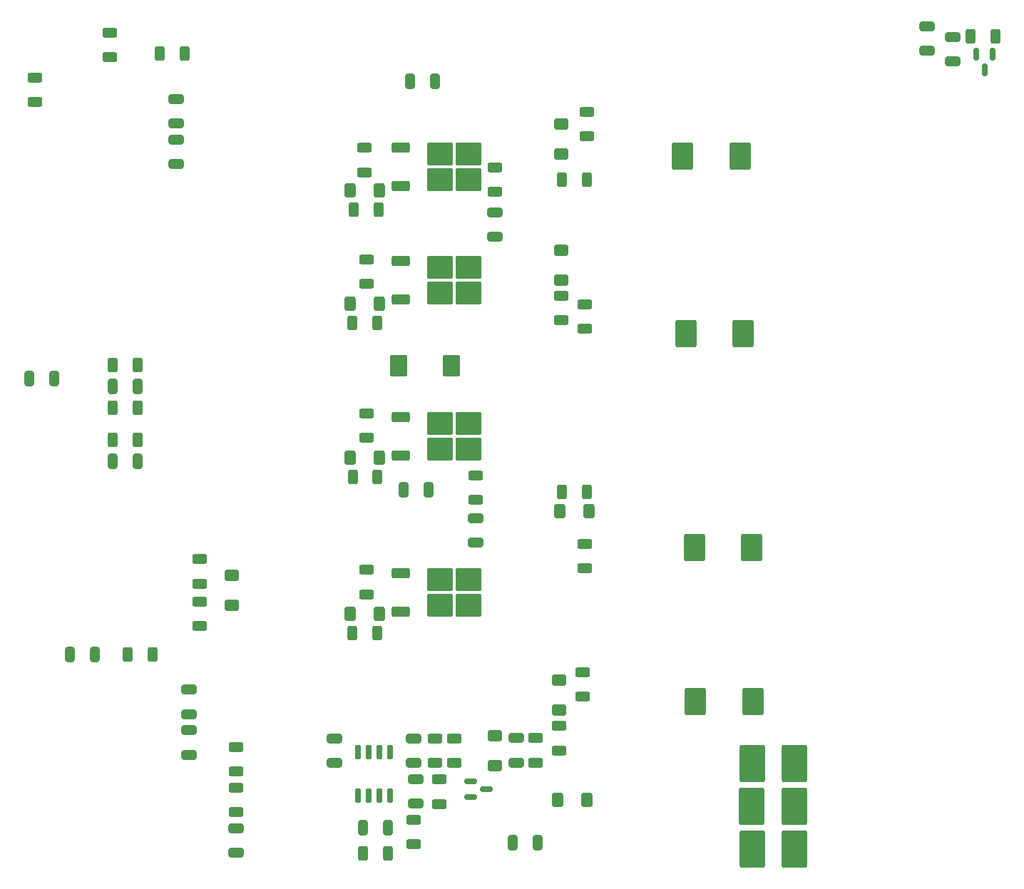
<source format=gbp>
G04 #@! TF.GenerationSoftware,KiCad,Pcbnew,7.0.2*
G04 #@! TF.CreationDate,2023-07-23T14:06:11+02:00*
G04 #@! TF.ProjectId,Module_1,4d6f6475-6c65-45f3-912e-6b696361645f,rev?*
G04 #@! TF.SameCoordinates,Original*
G04 #@! TF.FileFunction,Paste,Bot*
G04 #@! TF.FilePolarity,Positive*
%FSLAX46Y46*%
G04 Gerber Fmt 4.6, Leading zero omitted, Abs format (unit mm)*
G04 Created by KiCad (PCBNEW 7.0.2) date 2023-07-23 14:06:11*
%MOMM*%
%LPD*%
G01*
G04 APERTURE LIST*
G04 Aperture macros list*
%AMRoundRect*
0 Rectangle with rounded corners*
0 $1 Rounding radius*
0 $2 $3 $4 $5 $6 $7 $8 $9 X,Y pos of 4 corners*
0 Add a 4 corners polygon primitive as box body*
4,1,4,$2,$3,$4,$5,$6,$7,$8,$9,$2,$3,0*
0 Add four circle primitives for the rounded corners*
1,1,$1+$1,$2,$3*
1,1,$1+$1,$4,$5*
1,1,$1+$1,$6,$7*
1,1,$1+$1,$8,$9*
0 Add four rect primitives between the rounded corners*
20,1,$1+$1,$2,$3,$4,$5,0*
20,1,$1+$1,$4,$5,$6,$7,0*
20,1,$1+$1,$6,$7,$8,$9,0*
20,1,$1+$1,$8,$9,$2,$3,0*%
G04 Aperture macros list end*
%ADD10RoundRect,0.250000X-0.312500X-0.625000X0.312500X-0.625000X0.312500X0.625000X-0.312500X0.625000X0*%
%ADD11RoundRect,0.250000X-0.600000X0.400000X-0.600000X-0.400000X0.600000X-0.400000X0.600000X0.400000X0*%
%ADD12RoundRect,0.250000X-0.625000X0.312500X-0.625000X-0.312500X0.625000X-0.312500X0.625000X0.312500X0*%
%ADD13RoundRect,0.250000X0.650000X-0.325000X0.650000X0.325000X-0.650000X0.325000X-0.650000X-0.325000X0*%
%ADD14RoundRect,0.250000X-0.850000X-0.350000X0.850000X-0.350000X0.850000X0.350000X-0.850000X0.350000X0*%
%ADD15RoundRect,0.250000X-1.275000X-1.125000X1.275000X-1.125000X1.275000X1.125000X-1.275000X1.125000X0*%
%ADD16RoundRect,0.250000X0.625000X-0.312500X0.625000X0.312500X-0.625000X0.312500X-0.625000X-0.312500X0*%
%ADD17RoundRect,0.250001X1.262499X1.974999X-1.262499X1.974999X-1.262499X-1.974999X1.262499X-1.974999X0*%
%ADD18RoundRect,0.250000X0.312500X0.625000X-0.312500X0.625000X-0.312500X-0.625000X0.312500X-0.625000X0*%
%ADD19RoundRect,0.250000X-0.400000X-0.600000X0.400000X-0.600000X0.400000X0.600000X-0.400000X0.600000X0*%
%ADD20RoundRect,0.250000X1.000000X-1.400000X1.000000X1.400000X-1.000000X1.400000X-1.000000X-1.400000X0*%
%ADD21RoundRect,0.250000X-0.650000X0.325000X-0.650000X-0.325000X0.650000X-0.325000X0.650000X0.325000X0*%
%ADD22RoundRect,0.250000X-0.325000X-0.650000X0.325000X-0.650000X0.325000X0.650000X-0.325000X0.650000X0*%
%ADD23RoundRect,0.150000X-0.150000X0.587500X-0.150000X-0.587500X0.150000X-0.587500X0.150000X0.587500X0*%
%ADD24RoundRect,0.250000X0.600000X-0.400000X0.600000X0.400000X-0.600000X0.400000X-0.600000X-0.400000X0*%
%ADD25RoundRect,0.250000X0.325000X0.650000X-0.325000X0.650000X-0.325000X-0.650000X0.325000X-0.650000X0*%
%ADD26RoundRect,0.250000X-0.787500X-1.025000X0.787500X-1.025000X0.787500X1.025000X-0.787500X1.025000X0*%
%ADD27RoundRect,0.250000X0.400000X0.600000X-0.400000X0.600000X-0.400000X-0.600000X0.400000X-0.600000X0*%
%ADD28RoundRect,0.150000X0.150000X-0.725000X0.150000X0.725000X-0.150000X0.725000X-0.150000X-0.725000X0*%
%ADD29RoundRect,0.150000X-0.587500X-0.150000X0.587500X-0.150000X0.587500X0.150000X-0.587500X0.150000X0*%
G04 APERTURE END LIST*
D10*
X73975500Y-110998000D03*
X76900500Y-110998000D03*
D11*
X125476000Y-48034000D03*
X125476000Y-51534000D03*
D12*
X102108000Y-50800000D03*
X102108000Y-53725000D03*
D13*
X81280000Y-122936000D03*
X81280000Y-119986000D03*
D14*
X106426000Y-105912000D03*
D15*
X111051000Y-102107000D03*
X111051000Y-105157000D03*
X114401000Y-102107000D03*
X114401000Y-105157000D03*
D14*
X106426000Y-101352000D03*
D16*
X122428000Y-123829000D03*
X122428000Y-120904000D03*
D17*
X153162000Y-123952000D03*
X148137000Y-123952000D03*
D16*
X128270000Y-100776500D03*
X128270000Y-97851500D03*
D18*
X128462500Y-91694000D03*
X125537500Y-91694000D03*
D16*
X86868000Y-129732500D03*
X86868000Y-126807500D03*
D19*
X100358000Y-69342000D03*
X103858000Y-69342000D03*
D20*
X148082000Y-98298000D03*
X141282000Y-98298000D03*
D21*
X168844000Y-36371000D03*
X168844000Y-39321000D03*
D14*
X106426000Y-55365000D03*
D15*
X111051000Y-51560000D03*
X111051000Y-54610000D03*
X114401000Y-51560000D03*
X114401000Y-54610000D03*
D14*
X106426000Y-50805000D03*
D16*
X82550000Y-107634500D03*
X82550000Y-104709500D03*
D21*
X81280000Y-115160000D03*
X81280000Y-118110000D03*
D18*
X176972000Y-37592000D03*
X174047000Y-37592000D03*
D21*
X115316000Y-94791000D03*
X115316000Y-97741000D03*
D22*
X72185000Y-88060000D03*
X75135000Y-88060000D03*
D17*
X153107000Y-129032000D03*
X148082000Y-129032000D03*
D21*
X86868000Y-131621000D03*
X86868000Y-134571000D03*
D16*
X110490000Y-123890500D03*
X110490000Y-120965500D03*
D21*
X79756000Y-45007000D03*
X79756000Y-47957000D03*
D18*
X103570500Y-108458000D03*
X100645500Y-108458000D03*
D16*
X128270000Y-72328500D03*
X128270000Y-69403500D03*
D22*
X101903000Y-131572000D03*
X104853000Y-131572000D03*
D23*
X174752000Y-39702500D03*
X176652000Y-39702500D03*
X175702000Y-41577500D03*
D20*
X147066000Y-72898000D03*
X140266000Y-72898000D03*
D24*
X125476000Y-66520000D03*
X125476000Y-63020000D03*
D22*
X67105000Y-110998000D03*
X70055000Y-110998000D03*
D18*
X103632000Y-89916000D03*
X100707000Y-89916000D03*
X104840500Y-134620000D03*
X101915500Y-134620000D03*
D16*
X102362000Y-66994500D03*
X102362000Y-64069500D03*
D12*
X86868000Y-121981500D03*
X86868000Y-124906500D03*
D24*
X117602000Y-124178000D03*
X117602000Y-120678000D03*
X86360000Y-105128000D03*
X86360000Y-101628000D03*
D21*
X171892000Y-37641000D03*
X171892000Y-40591000D03*
D25*
X122633000Y-133350000D03*
X119683000Y-133350000D03*
D10*
X77785500Y-39624000D03*
X80710500Y-39624000D03*
D21*
X107950000Y-120953000D03*
X107950000Y-123903000D03*
D16*
X117602000Y-56072500D03*
X117602000Y-53147500D03*
D26*
X106172000Y-76708000D03*
X112397000Y-76708000D03*
D25*
X65229000Y-78232000D03*
X62279000Y-78232000D03*
D14*
X106426000Y-68827000D03*
D15*
X111051000Y-65022000D03*
X111051000Y-68072000D03*
X114401000Y-65022000D03*
X114401000Y-68072000D03*
D14*
X106426000Y-64267000D03*
D19*
X100358000Y-106172000D03*
X103858000Y-106172000D03*
D22*
X72185000Y-79170000D03*
X75135000Y-79170000D03*
D10*
X72197500Y-81710000D03*
X75122500Y-81710000D03*
D18*
X103570500Y-71628000D03*
X100645500Y-71628000D03*
D16*
X102362000Y-103886000D03*
X102362000Y-100961000D03*
D27*
X128496000Y-128270000D03*
X124996000Y-128270000D03*
D16*
X62992000Y-45404500D03*
X62992000Y-42479500D03*
D17*
X153162000Y-134112000D03*
X148137000Y-134112000D03*
D12*
X102362000Y-82357500D03*
X102362000Y-85282500D03*
D21*
X120142000Y-120904000D03*
X120142000Y-123854000D03*
D16*
X125476000Y-71312500D03*
X125476000Y-68387500D03*
D20*
X146656000Y-51816000D03*
X139856000Y-51816000D03*
D12*
X107950000Y-130617500D03*
X107950000Y-133542500D03*
D21*
X117602000Y-58469000D03*
X117602000Y-61419000D03*
D20*
X148180000Y-116586000D03*
X141380000Y-116586000D03*
D21*
X108204000Y-125779000D03*
X108204000Y-128729000D03*
D24*
X125222000Y-117574000D03*
X125222000Y-114074000D03*
D18*
X75122500Y-85520000D03*
X72197500Y-85520000D03*
D16*
X82550000Y-102616000D03*
X82550000Y-99691000D03*
D14*
X106426000Y-87370000D03*
D15*
X111051000Y-83565000D03*
X111051000Y-86615000D03*
X114401000Y-83565000D03*
X114401000Y-86615000D03*
D14*
X106426000Y-82810000D03*
D16*
X128524000Y-49468500D03*
X128524000Y-46543500D03*
X125222000Y-122428000D03*
X125222000Y-119503000D03*
D28*
X105156000Y-127741000D03*
X103886000Y-127741000D03*
X102616000Y-127741000D03*
X101346000Y-127741000D03*
X101346000Y-122591000D03*
X102616000Y-122591000D03*
X103886000Y-122591000D03*
X105156000Y-122591000D03*
D25*
X109679000Y-91440000D03*
X106729000Y-91440000D03*
D18*
X75122500Y-76630000D03*
X72197500Y-76630000D03*
D19*
X100358000Y-87630000D03*
X103858000Y-87630000D03*
D12*
X128016000Y-113091500D03*
X128016000Y-116016500D03*
D18*
X103763000Y-58166000D03*
X100838000Y-58166000D03*
D12*
X110998000Y-125853000D03*
X110998000Y-128778000D03*
D18*
X128462500Y-54610000D03*
X125537500Y-54610000D03*
D29*
X114711000Y-127950000D03*
X114711000Y-126050000D03*
X116586000Y-127000000D03*
D19*
X100358000Y-55880000D03*
X103858000Y-55880000D03*
D16*
X115316000Y-92648500D03*
X115316000Y-89723500D03*
X71882000Y-40070500D03*
X71882000Y-37145500D03*
D21*
X98552000Y-120953000D03*
X98552000Y-123903000D03*
D13*
X79756000Y-52783000D03*
X79756000Y-49833000D03*
D12*
X112776000Y-120965500D03*
X112776000Y-123890500D03*
D19*
X125250000Y-93980000D03*
X128750000Y-93980000D03*
D25*
X110441000Y-42926000D03*
X107491000Y-42926000D03*
M02*

</source>
